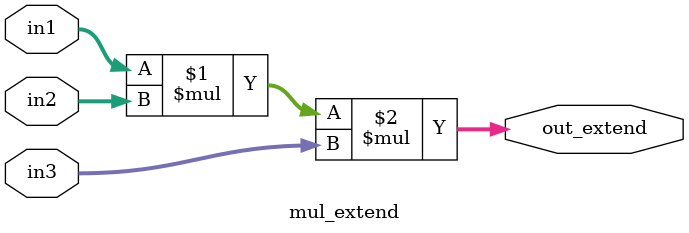
<source format=v>
module mul_extend(
	input	 wire [8:0]in1	,
	input	 wire [8:0]in2	,
	input	 wire [8:0]in3	,
	output wire [27:0]out_extend
);

	assign out_extend = in1 * in2 * in3;

endmodule
</source>
